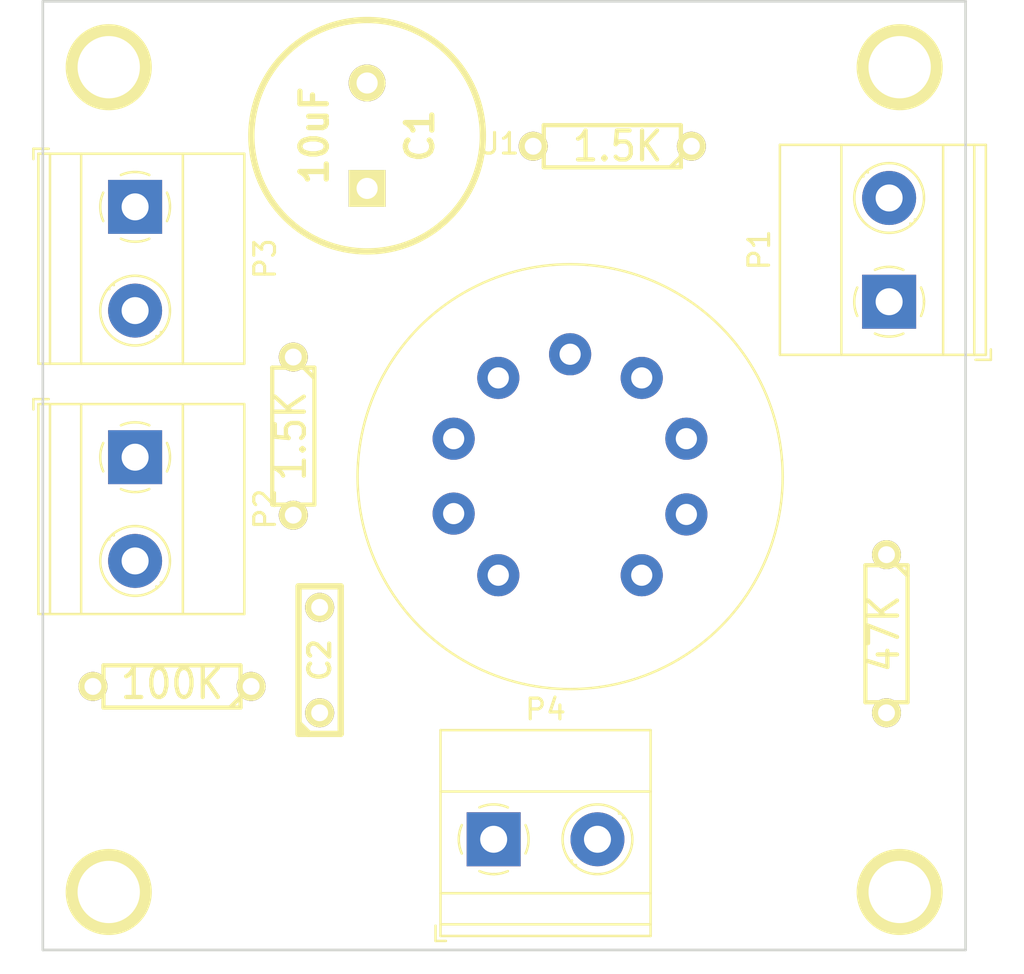
<source format=kicad_pcb>
(kicad_pcb (version 20171130) (host pcbnew 5.1.5-52549c5~84~ubuntu18.04.1)

  (general
    (thickness 1.6002)
    (drawings 4)
    (tracks 0)
    (zones 0)
    (modules 15)
    (nets 14)
  )

  (page A4)
  (layers
    (0 top_cu signal)
    (31 bottom_cu signal)
    (32 B.Adhes user)
    (33 F.Adhes user)
    (34 B.Paste user)
    (35 F.Paste user)
    (36 B.SilkS user)
    (37 F.SilkS user)
    (38 B.Mask user)
    (39 F.Mask user)
    (40 Dwgs.User user)
    (41 Cmts.User user)
    (42 Eco1.User user)
    (43 Eco2.User user)
    (44 Edge.Cuts user)
    (45 Margin user)
    (46 B.CrtYd user)
    (47 F.CrtYd user)
    (48 B.Fab user)
    (49 F.Fab user)
  )

  (setup
    (last_trace_width 0.8)
    (trace_clearance 0.4)
    (zone_clearance 0.635)
    (zone_45_only no)
    (trace_min 0.2)
    (via_size 1.2)
    (via_drill 0.6)
    (via_min_size 0.8)
    (via_min_drill 0.5)
    (uvia_size 0.508)
    (uvia_drill 0.127)
    (uvias_allowed no)
    (uvia_min_size 0.508)
    (uvia_min_drill 0.127)
    (edge_width 0.381)
    (segment_width 0.381)
    (pcb_text_width 0.3048)
    (pcb_text_size 1.524 2.032)
    (mod_edge_width 0.381)
    (mod_text_size 1.524 1.524)
    (mod_text_width 0.3048)
    (pad_size 2.794 1.397)
    (pad_drill 1.9304)
    (pad_to_mask_clearance 0.1)
    (aux_axis_origin 0 0)
    (visible_elements 7FFFFFFF)
    (pcbplotparams
      (layerselection 0x000f0_80000001)
      (usegerberextensions false)
      (usegerberattributes true)
      (usegerberadvancedattributes true)
      (creategerberjobfile true)
      (excludeedgelayer true)
      (linewidth 0.150000)
      (plotframeref false)
      (viasonmask false)
      (mode 1)
      (useauxorigin false)
      (hpglpennumber 1)
      (hpglpenspeed 20)
      (hpglpendiameter 15.000000)
      (psnegative false)
      (psa4output false)
      (plotreference true)
      (plotvalue true)
      (plotinvisibletext false)
      (padsonsilk false)
      (subtractmaskfromsilk false)
      (outputformat 1)
      (mirror false)
      (drillshape 0)
      (scaleselection 1)
      (outputdirectory ""))
  )

  (net 0 "")
  (net 1 GND)
  (net 2 "Net-(C1-Pad1)")
  (net 3 "Net-(C2-Pad1)")
  (net 4 "Net-(C2-Pad2)")
  (net 5 "Net-(P1-Pad2)")
  (net 6 "Net-(P4-Pad1)")
  (net 7 "Net-(P4-Pad2)")
  (net 8 "Net-(R1-Pad1)")
  (net 9 "Net-(R2-Pad1)")
  (net 10 "Net-(P5-Pad1)")
  (net 11 "Net-(P6-Pad1)")
  (net 12 "Net-(P7-Pad1)")
  (net 13 "Net-(P8-Pad1)")

  (net_class Default "Ceci est la Netclass par défaut"
    (clearance 0.4)
    (trace_width 0.8)
    (via_dia 1.2)
    (via_drill 0.6)
    (uvia_dia 0.508)
    (uvia_drill 0.127)
    (add_net GND)
    (add_net "Net-(C1-Pad1)")
    (add_net "Net-(C2-Pad1)")
    (add_net "Net-(C2-Pad2)")
    (add_net "Net-(P1-Pad2)")
    (add_net "Net-(P4-Pad1)")
    (add_net "Net-(P4-Pad2)")
    (add_net "Net-(P5-Pad1)")
    (add_net "Net-(P6-Pad1)")
    (add_net "Net-(P7-Pad1)")
    (add_net "Net-(P8-Pad1)")
    (add_net "Net-(R1-Pad1)")
    (add_net "Net-(R2-Pad1)")
  )

  (module Valve:Valve_ECC-83-1 (layer top_cu) (tedit 5A32B2BA) (tstamp 5A334CCC)
    (at 149.225 113.665)
    (descr "Valve ECC-83-1 round pins")
    (tags "Valve ECC-83-1 round pins")
    (path /48B4F266)
    (fp_text reference U1 (at -3.45 -16) (layer F.SilkS)
      (effects (font (size 1 1) (thickness 0.15)))
    )
    (fp_text value ECC83 (at -3.45 6.68) (layer F.Fab)
      (effects (font (size 1 1) (thickness 0.15)))
    )
    (fp_text user %R (at 0 0.05) (layer F.Fab)
      (effects (font (size 1 1) (thickness 0.15)))
    )
    (fp_circle (center 0 0.05) (end 0 -10.55) (layer F.CrtYd) (width 0.05))
    (fp_circle (center 0 0.05) (end 0 -10.1) (layer F.Fab) (width 0.1))
    (fp_circle (center 0 0.05) (end 10.16 1.32) (layer F.SilkS) (width 0.12))
    (pad 1 thru_hole circle (at 3.45 4.8) (size 2.03 2.03) (drill 1.02) (layers *.Cu *.Mask)
      (net 8 "Net-(R1-Pad1)"))
    (pad 2 thru_hole circle (at 5.6 1.87) (size 2.03 2.03) (drill 1.02) (layers *.Cu *.Mask)
      (net 5 "Net-(P1-Pad2)"))
    (pad 3 thru_hole circle (at 5.6 -1.78) (size 2.03 2.03) (drill 1.02) (layers *.Cu *.Mask)
      (net 9 "Net-(R2-Pad1)"))
    (pad 4 thru_hole circle (at 3.45 -4.71) (size 2.03 2.03) (drill 1.02) (layers *.Cu *.Mask)
      (net 7 "Net-(P4-Pad2)"))
    (pad 5 thru_hole circle (at 0 -5.85) (size 2.03 2.03) (drill 1.02) (layers *.Cu *.Mask)
      (net 7 "Net-(P4-Pad2)"))
    (pad 6 thru_hole circle (at -3.46 -4.71) (size 2.03 2.03) (drill 1.02) (layers *.Cu *.Mask)
      (net 2 "Net-(C1-Pad1)"))
    (pad 7 thru_hole circle (at -5.61 -1.78) (size 2.03 2.03) (drill 1.02) (layers *.Cu *.Mask)
      (net 8 "Net-(R1-Pad1)"))
    (pad 8 thru_hole circle (at -5.61 1.83) (size 2.03 2.03) (drill 1.02) (layers *.Cu *.Mask)
      (net 4 "Net-(C2-Pad2)"))
    (pad 9 thru_hole circle (at -3.46 4.8) (size 2.03 2.03) (drill 1.02) (layers *.Cu *.Mask)
      (net 6 "Net-(P4-Pad1)"))
    (model ${KISYS3DMOD}/Valve.3dshapes/Valve-ECC-83-1.wrl
      (at (xyz 0 0 0))
      (scale (xyz 1 1 1))
      (rotate (xyz 0 0 0))
    )
  )

  (module discret:R3 (layer top_cu) (tedit 54A57B4C) (tstamp 5A33370F)
    (at 130.048 123.825 180)
    (descr "Resitance 3 pas")
    (tags R)
    (path /4549F3AD)
    (autoplace_cost180 10)
    (fp_text reference R3 (at 0 0.127 180) (layer F.SilkS) hide
      (effects (font (size 1.397 1.27) (thickness 0.2032)))
    )
    (fp_text value 100K (at 0 0.127 180) (layer F.SilkS)
      (effects (font (size 1.397 1.27) (thickness 0.2032)))
    )
    (fp_line (start -3.81 0) (end -3.302 0) (layer F.SilkS) (width 0.2032))
    (fp_line (start 3.81 0) (end 3.302 0) (layer F.SilkS) (width 0.2032))
    (fp_line (start 3.302 0) (end 3.302 -1.016) (layer F.SilkS) (width 0.2032))
    (fp_line (start 3.302 -1.016) (end -3.302 -1.016) (layer F.SilkS) (width 0.2032))
    (fp_line (start -3.302 -1.016) (end -3.302 1.016) (layer F.SilkS) (width 0.2032))
    (fp_line (start -3.302 1.016) (end 3.302 1.016) (layer F.SilkS) (width 0.2032))
    (fp_line (start 3.302 1.016) (end 3.302 0) (layer F.SilkS) (width 0.2032))
    (fp_line (start -3.302 -0.508) (end -2.794 -1.016) (layer F.SilkS) (width 0.2032))
    (pad 1 thru_hole circle (at -3.81 0 180) (size 1.397 1.397) (drill 0.8128) (layers *.Cu *.Mask F.SilkS)
      (net 3 "Net-(C2-Pad1)"))
    (pad 2 thru_hole circle (at 3.81 0 180) (size 1.397 1.397) (drill 0.8128) (layers *.Cu *.Mask F.SilkS)
      (net 1 GND))
    (model Discret.3dshapes/R3.wrl
      (at (xyz 0 0 0))
      (scale (xyz 0.3 0.3 0.3))
      (rotate (xyz 0 0 0))
    )
  )

  (module TerminalBlock_Phoenix:TerminalBlock_Phoenix_MKDS-1,5-2_1x02_P5.00mm_Horizontal (layer top_cu) (tedit 5A082035) (tstamp 5A332F3A)
    (at 145.542 131.191)
    (descr "Terminal Block Phoenix MKDS-1,5-2, 2 pins, pitch 05mm, size 10.0x9.8mm^2, drill diamater 1.3mm, pad diameter 2.6mm, see http://www.farnell.com/datasheets/100425.pdf, script-generated using https://github.com/pointhi/kicad-footprint-generator/scripts/TerminalBlock_Phoenix")
    (tags "THT Terminal Block Phoenix MKDS-1.5-2 pitch 05mm size 10.0x9.8mm^2 drill 1.3mm pad 2.6mm")
    (path /456A8ACC)
    (fp_text reference P4 (at 2.5 -6.26) (layer F.SilkS)
      (effects (font (size 1 1) (thickness 0.15)))
    )
    (fp_text value CONN_2 (at 2.5 5.66) (layer F.Fab)
      (effects (font (size 1 1) (thickness 0.15)))
    )
    (fp_text user %R (at 2.5 3.2) (layer F.Fab)
      (effects (font (size 1 1) (thickness 0.15)))
    )
    (fp_line (start 8 -5.75) (end -3 -5.75) (layer F.CrtYd) (width 0.05))
    (fp_line (start 8 5.1) (end 8 -5.75) (layer F.CrtYd) (width 0.05))
    (fp_line (start -3 5.1) (end 8 5.1) (layer F.CrtYd) (width 0.05))
    (fp_line (start -3 -5.75) (end -3 5.1) (layer F.CrtYd) (width 0.05))
    (fp_line (start -2.8 4.9) (end -2.3 4.9) (layer F.SilkS) (width 0.12))
    (fp_line (start -2.8 4.16) (end -2.8 4.9) (layer F.SilkS) (width 0.12))
    (fp_line (start 3.773 1.023) (end 3.726 1.069) (layer F.SilkS) (width 0.12))
    (fp_line (start 6.07 -1.275) (end 6.035 -1.239) (layer F.SilkS) (width 0.12))
    (fp_line (start 3.966 1.239) (end 3.931 1.274) (layer F.SilkS) (width 0.12))
    (fp_line (start 6.275 -1.069) (end 6.228 -1.023) (layer F.SilkS) (width 0.12))
    (fp_line (start 5.955 -1.138) (end 3.863 0.955) (layer F.Fab) (width 0.1))
    (fp_line (start 6.138 -0.955) (end 4.046 1.138) (layer F.Fab) (width 0.1))
    (fp_line (start 0.955 -1.138) (end -1.138 0.955) (layer F.Fab) (width 0.1))
    (fp_line (start 1.138 -0.955) (end -0.955 1.138) (layer F.Fab) (width 0.1))
    (fp_line (start 7.56 -5.261) (end 7.56 4.66) (layer F.SilkS) (width 0.12))
    (fp_line (start -2.56 -5.261) (end -2.56 4.66) (layer F.SilkS) (width 0.12))
    (fp_line (start -2.56 4.66) (end 7.56 4.66) (layer F.SilkS) (width 0.12))
    (fp_line (start -2.56 -5.261) (end 7.56 -5.261) (layer F.SilkS) (width 0.12))
    (fp_line (start -2.56 -2.301) (end 7.56 -2.301) (layer F.SilkS) (width 0.12))
    (fp_line (start -2.5 -2.3) (end 7.5 -2.3) (layer F.Fab) (width 0.1))
    (fp_line (start -2.56 2.6) (end 7.56 2.6) (layer F.SilkS) (width 0.12))
    (fp_line (start -2.5 2.6) (end 7.5 2.6) (layer F.Fab) (width 0.1))
    (fp_line (start -2.56 4.1) (end 7.56 4.1) (layer F.SilkS) (width 0.12))
    (fp_line (start -2.5 4.1) (end 7.5 4.1) (layer F.Fab) (width 0.1))
    (fp_line (start -2.5 4.1) (end -2.5 -5.2) (layer F.Fab) (width 0.1))
    (fp_line (start -2 4.6) (end -2.5 4.1) (layer F.Fab) (width 0.1))
    (fp_line (start 7.5 4.6) (end -2 4.6) (layer F.Fab) (width 0.1))
    (fp_line (start 7.5 -5.2) (end 7.5 4.6) (layer F.Fab) (width 0.1))
    (fp_line (start -2.5 -5.2) (end 7.5 -5.2) (layer F.Fab) (width 0.1))
    (fp_circle (center 5 0) (end 6.68 0) (layer F.SilkS) (width 0.12))
    (fp_circle (center 5 0) (end 6.5 0) (layer F.Fab) (width 0.1))
    (fp_circle (center 0 0) (end 1.5 0) (layer F.Fab) (width 0.1))
    (fp_arc (start 0 0) (end -0.684 1.535) (angle -25) (layer F.SilkS) (width 0.12))
    (fp_arc (start 0 0) (end -1.535 -0.684) (angle -48) (layer F.SilkS) (width 0.12))
    (fp_arc (start 0 0) (end 0.684 -1.535) (angle -48) (layer F.SilkS) (width 0.12))
    (fp_arc (start 0 0) (end 1.535 0.684) (angle -48) (layer F.SilkS) (width 0.12))
    (fp_arc (start 0 0) (end 0 1.68) (angle -24) (layer F.SilkS) (width 0.12))
    (pad 2 thru_hole circle (at 5 0) (size 2.6 2.6) (drill 1.3) (layers *.Cu *.Mask)
      (net 7 "Net-(P4-Pad2)"))
    (pad 1 thru_hole rect (at 0 0) (size 2.6 2.6) (drill 1.3) (layers *.Cu *.Mask)
      (net 6 "Net-(P4-Pad1)"))
    (model ${KISYS3DMOD}/Terminal_Blocks.3dshapes/TerminalBlock_Pheonix_MKDS1.5-2pol.wrl
      (offset (xyz 2.54 0 0))
      (scale (xyz 1 1 1))
      (rotate (xyz 0 0 0))
    )
  )

  (module TerminalBlock_Phoenix:TerminalBlock_Phoenix_MKDS-1,5-2_1x02_P5.00mm_Horizontal (layer top_cu) (tedit 5A082035) (tstamp 5A332F0F)
    (at 128.27 100.711 270)
    (descr "Terminal Block Phoenix MKDS-1,5-2, 2 pins, pitch 05mm, size 10.0x9.8mm^2, drill diamater 1.3mm, pad diameter 2.6mm, see http://www.farnell.com/datasheets/100425.pdf, script-generated using https://github.com/pointhi/kicad-footprint-generator/scripts/TerminalBlock_Phoenix")
    (tags "THT Terminal Block Phoenix MKDS-1.5-2 pitch 05mm size 10.0x9.8mm^2 drill 1.3mm pad 2.6mm")
    (path /4549F4A5)
    (fp_text reference P3 (at 2.5 -6.26 270) (layer F.SilkS)
      (effects (font (size 1 1) (thickness 0.15)))
    )
    (fp_text value POWER (at 2.5 5.66 270) (layer F.Fab)
      (effects (font (size 1 1) (thickness 0.15)))
    )
    (fp_arc (start 0 0) (end 0 1.68) (angle -24) (layer F.SilkS) (width 0.12))
    (fp_arc (start 0 0) (end 1.535 0.684) (angle -48) (layer F.SilkS) (width 0.12))
    (fp_arc (start 0 0) (end 0.684 -1.535) (angle -48) (layer F.SilkS) (width 0.12))
    (fp_arc (start 0 0) (end -1.535 -0.684) (angle -48) (layer F.SilkS) (width 0.12))
    (fp_arc (start 0 0) (end -0.684 1.535) (angle -25) (layer F.SilkS) (width 0.12))
    (fp_circle (center 0 0) (end 1.5 0) (layer F.Fab) (width 0.1))
    (fp_circle (center 5 0) (end 6.5 0) (layer F.Fab) (width 0.1))
    (fp_circle (center 5 0) (end 6.68 0) (layer F.SilkS) (width 0.12))
    (fp_line (start -2.5 -5.2) (end 7.5 -5.2) (layer F.Fab) (width 0.1))
    (fp_line (start 7.5 -5.2) (end 7.5 4.6) (layer F.Fab) (width 0.1))
    (fp_line (start 7.5 4.6) (end -2 4.6) (layer F.Fab) (width 0.1))
    (fp_line (start -2 4.6) (end -2.5 4.1) (layer F.Fab) (width 0.1))
    (fp_line (start -2.5 4.1) (end -2.5 -5.2) (layer F.Fab) (width 0.1))
    (fp_line (start -2.5 4.1) (end 7.5 4.1) (layer F.Fab) (width 0.1))
    (fp_line (start -2.56 4.1) (end 7.56 4.1) (layer F.SilkS) (width 0.12))
    (fp_line (start -2.5 2.6) (end 7.5 2.6) (layer F.Fab) (width 0.1))
    (fp_line (start -2.56 2.6) (end 7.56 2.6) (layer F.SilkS) (width 0.12))
    (fp_line (start -2.5 -2.3) (end 7.5 -2.3) (layer F.Fab) (width 0.1))
    (fp_line (start -2.56 -2.301) (end 7.56 -2.301) (layer F.SilkS) (width 0.12))
    (fp_line (start -2.56 -5.261) (end 7.56 -5.261) (layer F.SilkS) (width 0.12))
    (fp_line (start -2.56 4.66) (end 7.56 4.66) (layer F.SilkS) (width 0.12))
    (fp_line (start -2.56 -5.261) (end -2.56 4.66) (layer F.SilkS) (width 0.12))
    (fp_line (start 7.56 -5.261) (end 7.56 4.66) (layer F.SilkS) (width 0.12))
    (fp_line (start 1.138 -0.955) (end -0.955 1.138) (layer F.Fab) (width 0.1))
    (fp_line (start 0.955 -1.138) (end -1.138 0.955) (layer F.Fab) (width 0.1))
    (fp_line (start 6.138 -0.955) (end 4.046 1.138) (layer F.Fab) (width 0.1))
    (fp_line (start 5.955 -1.138) (end 3.863 0.955) (layer F.Fab) (width 0.1))
    (fp_line (start 6.275 -1.069) (end 6.228 -1.023) (layer F.SilkS) (width 0.12))
    (fp_line (start 3.966 1.239) (end 3.931 1.274) (layer F.SilkS) (width 0.12))
    (fp_line (start 6.07 -1.275) (end 6.035 -1.239) (layer F.SilkS) (width 0.12))
    (fp_line (start 3.773 1.023) (end 3.726 1.069) (layer F.SilkS) (width 0.12))
    (fp_line (start -2.8 4.16) (end -2.8 4.9) (layer F.SilkS) (width 0.12))
    (fp_line (start -2.8 4.9) (end -2.3 4.9) (layer F.SilkS) (width 0.12))
    (fp_line (start -3 -5.75) (end -3 5.1) (layer F.CrtYd) (width 0.05))
    (fp_line (start -3 5.1) (end 8 5.1) (layer F.CrtYd) (width 0.05))
    (fp_line (start 8 5.1) (end 8 -5.75) (layer F.CrtYd) (width 0.05))
    (fp_line (start 8 -5.75) (end -3 -5.75) (layer F.CrtYd) (width 0.05))
    (fp_text user %R (at 2.5 3.2 270) (layer F.Fab)
      (effects (font (size 1 1) (thickness 0.15)))
    )
    (pad 1 thru_hole rect (at 0 0 270) (size 2.6 2.6) (drill 1.3) (layers *.Cu *.Mask)
      (net 2 "Net-(C1-Pad1)"))
    (pad 2 thru_hole circle (at 5 0 270) (size 2.6 2.6) (drill 1.3) (layers *.Cu *.Mask)
      (net 1 GND))
    (model ${KISYS3DMOD}/Terminal_Blocks.3dshapes/TerminalBlock_Pheonix_MKDS1.5-2pol.wrl
      (offset (xyz 2.54 0 0))
      (scale (xyz 1 1 1))
      (rotate (xyz 0 0 0))
    )
  )

  (module TerminalBlock_Phoenix:TerminalBlock_Phoenix_MKDS-1,5-2_1x02_P5.00mm_Horizontal (layer top_cu) (tedit 5A082035) (tstamp 5A332EE4)
    (at 128.27 112.776 270)
    (descr "Terminal Block Phoenix MKDS-1,5-2, 2 pins, pitch 05mm, size 10.0x9.8mm^2, drill diamater 1.3mm, pad diameter 2.6mm, see http://www.farnell.com/datasheets/100425.pdf, script-generated using https://github.com/pointhi/kicad-footprint-generator/scripts/TerminalBlock_Phoenix")
    (tags "THT Terminal Block Phoenix MKDS-1.5-2 pitch 05mm size 10.0x9.8mm^2 drill 1.3mm pad 2.6mm")
    (path /4549F46C)
    (fp_text reference P2 (at 2.5 -6.26 270) (layer F.SilkS)
      (effects (font (size 1 1) (thickness 0.15)))
    )
    (fp_text value OUT (at 2.5 5.66 270) (layer F.Fab)
      (effects (font (size 1 1) (thickness 0.15)))
    )
    (fp_text user %R (at 2.5 3.2 270) (layer F.Fab)
      (effects (font (size 1 1) (thickness 0.15)))
    )
    (fp_line (start 8 -5.75) (end -3 -5.75) (layer F.CrtYd) (width 0.05))
    (fp_line (start 8 5.1) (end 8 -5.75) (layer F.CrtYd) (width 0.05))
    (fp_line (start -3 5.1) (end 8 5.1) (layer F.CrtYd) (width 0.05))
    (fp_line (start -3 -5.75) (end -3 5.1) (layer F.CrtYd) (width 0.05))
    (fp_line (start -2.8 4.9) (end -2.3 4.9) (layer F.SilkS) (width 0.12))
    (fp_line (start -2.8 4.16) (end -2.8 4.9) (layer F.SilkS) (width 0.12))
    (fp_line (start 3.773 1.023) (end 3.726 1.069) (layer F.SilkS) (width 0.12))
    (fp_line (start 6.07 -1.275) (end 6.035 -1.239) (layer F.SilkS) (width 0.12))
    (fp_line (start 3.966 1.239) (end 3.931 1.274) (layer F.SilkS) (width 0.12))
    (fp_line (start 6.275 -1.069) (end 6.228 -1.023) (layer F.SilkS) (width 0.12))
    (fp_line (start 5.955 -1.138) (end 3.863 0.955) (layer F.Fab) (width 0.1))
    (fp_line (start 6.138 -0.955) (end 4.046 1.138) (layer F.Fab) (width 0.1))
    (fp_line (start 0.955 -1.138) (end -1.138 0.955) (layer F.Fab) (width 0.1))
    (fp_line (start 1.138 -0.955) (end -0.955 1.138) (layer F.Fab) (width 0.1))
    (fp_line (start 7.56 -5.261) (end 7.56 4.66) (layer F.SilkS) (width 0.12))
    (fp_line (start -2.56 -5.261) (end -2.56 4.66) (layer F.SilkS) (width 0.12))
    (fp_line (start -2.56 4.66) (end 7.56 4.66) (layer F.SilkS) (width 0.12))
    (fp_line (start -2.56 -5.261) (end 7.56 -5.261) (layer F.SilkS) (width 0.12))
    (fp_line (start -2.56 -2.301) (end 7.56 -2.301) (layer F.SilkS) (width 0.12))
    (fp_line (start -2.5 -2.3) (end 7.5 -2.3) (layer F.Fab) (width 0.1))
    (fp_line (start -2.56 2.6) (end 7.56 2.6) (layer F.SilkS) (width 0.12))
    (fp_line (start -2.5 2.6) (end 7.5 2.6) (layer F.Fab) (width 0.1))
    (fp_line (start -2.56 4.1) (end 7.56 4.1) (layer F.SilkS) (width 0.12))
    (fp_line (start -2.5 4.1) (end 7.5 4.1) (layer F.Fab) (width 0.1))
    (fp_line (start -2.5 4.1) (end -2.5 -5.2) (layer F.Fab) (width 0.1))
    (fp_line (start -2 4.6) (end -2.5 4.1) (layer F.Fab) (width 0.1))
    (fp_line (start 7.5 4.6) (end -2 4.6) (layer F.Fab) (width 0.1))
    (fp_line (start 7.5 -5.2) (end 7.5 4.6) (layer F.Fab) (width 0.1))
    (fp_line (start -2.5 -5.2) (end 7.5 -5.2) (layer F.Fab) (width 0.1))
    (fp_circle (center 5 0) (end 6.68 0) (layer F.SilkS) (width 0.12))
    (fp_circle (center 5 0) (end 6.5 0) (layer F.Fab) (width 0.1))
    (fp_circle (center 0 0) (end 1.5 0) (layer F.Fab) (width 0.1))
    (fp_arc (start 0 0) (end -0.684 1.535) (angle -25) (layer F.SilkS) (width 0.12))
    (fp_arc (start 0 0) (end -1.535 -0.684) (angle -48) (layer F.SilkS) (width 0.12))
    (fp_arc (start 0 0) (end 0.684 -1.535) (angle -48) (layer F.SilkS) (width 0.12))
    (fp_arc (start 0 0) (end 1.535 0.684) (angle -48) (layer F.SilkS) (width 0.12))
    (fp_arc (start 0 0) (end 0 1.68) (angle -24) (layer F.SilkS) (width 0.12))
    (pad 2 thru_hole circle (at 5 0 270) (size 2.6 2.6) (drill 1.3) (layers *.Cu *.Mask)
      (net 1 GND))
    (pad 1 thru_hole rect (at 0 0 270) (size 2.6 2.6) (drill 1.3) (layers *.Cu *.Mask)
      (net 3 "Net-(C2-Pad1)"))
    (model ${KISYS3DMOD}/Terminal_Blocks.3dshapes/TerminalBlock_Pheonix_MKDS1.5-2pol.wrl
      (offset (xyz 2.54 0 0))
      (scale (xyz 1 1 1))
      (rotate (xyz 0 0 0))
    )
  )

  (module TerminalBlock_Phoenix:TerminalBlock_Phoenix_MKDS-1,5-2_1x02_P5.00mm_Horizontal (layer top_cu) (tedit 5A082035) (tstamp 5A332EB9)
    (at 164.592 105.283 90)
    (descr "Terminal Block Phoenix MKDS-1,5-2, 2 pins, pitch 05mm, size 10.0x9.8mm^2, drill diamater 1.3mm, pad diameter 2.6mm, see http://www.farnell.com/datasheets/100425.pdf, script-generated using https://github.com/pointhi/kicad-footprint-generator/scripts/TerminalBlock_Phoenix")
    (tags "THT Terminal Block Phoenix MKDS-1.5-2 pitch 05mm size 10.0x9.8mm^2 drill 1.3mm pad 2.6mm")
    (path /4549F464)
    (fp_text reference P1 (at 2.5 -6.26 90) (layer F.SilkS)
      (effects (font (size 1 1) (thickness 0.15)))
    )
    (fp_text value IN (at 2.5 5.66 90) (layer F.Fab)
      (effects (font (size 1 1) (thickness 0.15)))
    )
    (fp_arc (start 0 0) (end 0 1.68) (angle -24) (layer F.SilkS) (width 0.12))
    (fp_arc (start 0 0) (end 1.535 0.684) (angle -48) (layer F.SilkS) (width 0.12))
    (fp_arc (start 0 0) (end 0.684 -1.535) (angle -48) (layer F.SilkS) (width 0.12))
    (fp_arc (start 0 0) (end -1.535 -0.684) (angle -48) (layer F.SilkS) (width 0.12))
    (fp_arc (start 0 0) (end -0.684 1.535) (angle -25) (layer F.SilkS) (width 0.12))
    (fp_circle (center 0 0) (end 1.5 0) (layer F.Fab) (width 0.1))
    (fp_circle (center 5 0) (end 6.5 0) (layer F.Fab) (width 0.1))
    (fp_circle (center 5 0) (end 6.68 0) (layer F.SilkS) (width 0.12))
    (fp_line (start -2.5 -5.2) (end 7.5 -5.2) (layer F.Fab) (width 0.1))
    (fp_line (start 7.5 -5.2) (end 7.5 4.6) (layer F.Fab) (width 0.1))
    (fp_line (start 7.5 4.6) (end -2 4.6) (layer F.Fab) (width 0.1))
    (fp_line (start -2 4.6) (end -2.5 4.1) (layer F.Fab) (width 0.1))
    (fp_line (start -2.5 4.1) (end -2.5 -5.2) (layer F.Fab) (width 0.1))
    (fp_line (start -2.5 4.1) (end 7.5 4.1) (layer F.Fab) (width 0.1))
    (fp_line (start -2.56 4.1) (end 7.56 4.1) (layer F.SilkS) (width 0.12))
    (fp_line (start -2.5 2.6) (end 7.5 2.6) (layer F.Fab) (width 0.1))
    (fp_line (start -2.56 2.6) (end 7.56 2.6) (layer F.SilkS) (width 0.12))
    (fp_line (start -2.5 -2.3) (end 7.5 -2.3) (layer F.Fab) (width 0.1))
    (fp_line (start -2.56 -2.301) (end 7.56 -2.301) (layer F.SilkS) (width 0.12))
    (fp_line (start -2.56 -5.261) (end 7.56 -5.261) (layer F.SilkS) (width 0.12))
    (fp_line (start -2.56 4.66) (end 7.56 4.66) (layer F.SilkS) (width 0.12))
    (fp_line (start -2.56 -5.261) (end -2.56 4.66) (layer F.SilkS) (width 0.12))
    (fp_line (start 7.56 -5.261) (end 7.56 4.66) (layer F.SilkS) (width 0.12))
    (fp_line (start 1.138 -0.955) (end -0.955 1.138) (layer F.Fab) (width 0.1))
    (fp_line (start 0.955 -1.138) (end -1.138 0.955) (layer F.Fab) (width 0.1))
    (fp_line (start 6.138 -0.955) (end 4.046 1.138) (layer F.Fab) (width 0.1))
    (fp_line (start 5.955 -1.138) (end 3.863 0.955) (layer F.Fab) (width 0.1))
    (fp_line (start 6.275 -1.069) (end 6.228 -1.023) (layer F.SilkS) (width 0.12))
    (fp_line (start 3.966 1.239) (end 3.931 1.274) (layer F.SilkS) (width 0.12))
    (fp_line (start 6.07 -1.275) (end 6.035 -1.239) (layer F.SilkS) (width 0.12))
    (fp_line (start 3.773 1.023) (end 3.726 1.069) (layer F.SilkS) (width 0.12))
    (fp_line (start -2.8 4.16) (end -2.8 4.9) (layer F.SilkS) (width 0.12))
    (fp_line (start -2.8 4.9) (end -2.3 4.9) (layer F.SilkS) (width 0.12))
    (fp_line (start -3 -5.75) (end -3 5.1) (layer F.CrtYd) (width 0.05))
    (fp_line (start -3 5.1) (end 8 5.1) (layer F.CrtYd) (width 0.05))
    (fp_line (start 8 5.1) (end 8 -5.75) (layer F.CrtYd) (width 0.05))
    (fp_line (start 8 -5.75) (end -3 -5.75) (layer F.CrtYd) (width 0.05))
    (fp_text user %R (at 2.5 3.2 90) (layer F.Fab)
      (effects (font (size 1 1) (thickness 0.15)))
    )
    (pad 1 thru_hole rect (at 0 0 90) (size 2.6 2.6) (drill 1.3) (layers *.Cu *.Mask)
      (net 1 GND))
    (pad 2 thru_hole circle (at 5 0 90) (size 2.6 2.6) (drill 1.3) (layers *.Cu *.Mask)
      (net 5 "Net-(P1-Pad2)"))
    (model ${KISYS3DMOD}/Terminal_Blocks.3dshapes/TerminalBlock_Pheonix_MKDS1.5-2pol.wrl
      (offset (xyz 2.54 0 0))
      (scale (xyz 1 1 1))
      (rotate (xyz 0 0 0))
    )
  )

  (module discret:C2V10 (layer top_cu) (tedit 54A57B4C) (tstamp 54A581E5)
    (at 139.446 97.282 90)
    (descr "Condensateur polarise")
    (tags CP)
    (path /4549F4BE)
    (fp_text reference C1 (at 0 2.54 90) (layer F.SilkS)
      (effects (font (size 1.27 1.27) (thickness 0.254)))
    )
    (fp_text value 10uF (at 0 -2.54 90) (layer F.SilkS)
      (effects (font (size 1.27 1.27) (thickness 0.254)))
    )
    (fp_circle (center 0 0) (end 4.826 -2.794) (layer F.SilkS) (width 0.3048))
    (pad 1 thru_hole rect (at -2.54 0 90) (size 1.778 1.778) (drill 1.016) (layers *.Cu *.Mask F.SilkS)
      (net 2 "Net-(C1-Pad1)"))
    (pad 2 thru_hole circle (at 2.54 0 90) (size 1.778 1.778) (drill 1.016) (layers *.Cu *.Mask F.SilkS)
      (net 1 GND))
    (model Discret.3dshapes/C2V10.wrl
      (at (xyz 0 0 0))
      (scale (xyz 1 1 1))
      (rotate (xyz 0 0 0))
    )
  )

  (module discret:C2 (layer top_cu) (tedit 54A57B4C) (tstamp 54A581EA)
    (at 137.16 122.555 90)
    (descr "Condensateur = 2 pas")
    (tags C)
    (path /4549F3BE)
    (fp_text reference C2 (at 0 0 90) (layer F.SilkS)
      (effects (font (size 1.016 1.016) (thickness 0.2032)))
    )
    (fp_text value 680nF (at 0 0 90) (layer F.SilkS) hide
      (effects (font (size 1.016 1.016) (thickness 0.2032)))
    )
    (fp_line (start -3.556 -1.016) (end 3.556 -1.016) (layer F.SilkS) (width 0.3048))
    (fp_line (start 3.556 -1.016) (end 3.556 1.016) (layer F.SilkS) (width 0.3048))
    (fp_line (start 3.556 1.016) (end -3.556 1.016) (layer F.SilkS) (width 0.3048))
    (fp_line (start -3.556 1.016) (end -3.556 -1.016) (layer F.SilkS) (width 0.3048))
    (fp_line (start -3.556 -0.508) (end -3.048 -1.016) (layer F.SilkS) (width 0.3048))
    (pad 1 thru_hole circle (at -2.54 0 90) (size 1.397 1.397) (drill 0.8128) (layers *.Cu *.Mask F.SilkS)
      (net 3 "Net-(C2-Pad1)"))
    (pad 2 thru_hole circle (at 2.54 0 90) (size 1.397 1.397) (drill 0.8128) (layers *.Cu *.Mask F.SilkS)
      (net 4 "Net-(C2-Pad2)"))
    (model Discret.3dshapes/C2.wrl
      (at (xyz 0 0 0))
      (scale (xyz 1 1 1))
      (rotate (xyz 0 0 0))
    )
  )

  (module connect:1pin (layer top_cu) (tedit 54A588DF) (tstamp 54A58203)
    (at 127 93.98)
    (descr "module 1 pin (ou trou mecanique de percage)")
    (tags DEV)
    (path /54A5890A)
    (fp_text reference P5 (at 0 -3) (layer F.SilkS) hide
      (effects (font (size 1 1) (thickness 0.15)))
    )
    (fp_text value CONN_1 (at 0 2) (layer F.SilkS) hide
      (effects (font (size 1 1) (thickness 0.15)))
    )
    (fp_circle (center 0 0) (end 0 -2) (layer F.SilkS) (width 0.15))
    (pad 1 thru_hole circle (at 0 0) (size 4 4) (drill 3) (layers *.Cu *.Mask F.SilkS)
      (net 10 "Net-(P5-Pad1)"))
  )

  (module connect:1pin (layer top_cu) (tedit 54A588E7) (tstamp 54A58207)
    (at 165.1 93.98)
    (descr "module 1 pin (ou trou mecanique de percage)")
    (tags DEV)
    (path /54A58C65)
    (fp_text reference P6 (at 0 -3) (layer F.SilkS) hide
      (effects (font (size 1 1) (thickness 0.15)))
    )
    (fp_text value CONN_1 (at 0 2) (layer F.SilkS) hide
      (effects (font (size 1 1) (thickness 0.15)))
    )
    (fp_circle (center 0 0) (end 0 -2) (layer F.SilkS) (width 0.15))
    (pad 1 thru_hole circle (at 0 0) (size 4 4) (drill 3) (layers *.Cu *.Mask F.SilkS)
      (net 11 "Net-(P6-Pad1)"))
  )

  (module connect:1pin (layer top_cu) (tedit 54A588EE) (tstamp 54A5820B)
    (at 165.1 133.731)
    (descr "module 1 pin (ou trou mecanique de percage)")
    (tags DEV)
    (path /54A58C8A)
    (fp_text reference P7 (at 0 -3) (layer F.SilkS) hide
      (effects (font (size 1 1) (thickness 0.15)))
    )
    (fp_text value CONN_1 (at 0 2) (layer F.SilkS) hide
      (effects (font (size 1 1) (thickness 0.15)))
    )
    (fp_circle (center 0 0) (end 0 -2) (layer F.SilkS) (width 0.15))
    (pad 1 thru_hole circle (at 0 0) (size 4 4) (drill 3) (layers *.Cu *.Mask F.SilkS)
      (net 12 "Net-(P7-Pad1)"))
  )

  (module connect:1pin (layer top_cu) (tedit 54A588F3) (tstamp 54A5820F)
    (at 127 133.731)
    (descr "module 1 pin (ou trou mecanique de percage)")
    (tags DEV)
    (path /54A58CA3)
    (fp_text reference P8 (at 0 -3) (layer F.SilkS) hide
      (effects (font (size 1 1) (thickness 0.15)))
    )
    (fp_text value CONN_1 (at 0 2) (layer F.SilkS) hide
      (effects (font (size 1 1) (thickness 0.15)))
    )
    (fp_circle (center 0 0) (end 0 -2) (layer F.SilkS) (width 0.15))
    (pad 1 thru_hole circle (at 0 0) (size 4 4) (drill 3) (layers *.Cu *.Mask F.SilkS)
      (net 13 "Net-(P8-Pad1)"))
  )

  (module discret:R3 (layer top_cu) (tedit 54A57B4C) (tstamp 54A58213)
    (at 135.89 111.76 270)
    (descr "Resitance 3 pas")
    (tags R)
    (path /4549F38A)
    (autoplace_cost180 10)
    (fp_text reference R1 (at 0 0.127 270) (layer F.SilkS) hide
      (effects (font (size 1.397 1.27) (thickness 0.2032)))
    )
    (fp_text value 1.5K (at 0 0.127 270) (layer F.SilkS)
      (effects (font (size 1.397 1.27) (thickness 0.2032)))
    )
    (fp_line (start -3.81 0) (end -3.302 0) (layer F.SilkS) (width 0.2032))
    (fp_line (start 3.81 0) (end 3.302 0) (layer F.SilkS) (width 0.2032))
    (fp_line (start 3.302 0) (end 3.302 -1.016) (layer F.SilkS) (width 0.2032))
    (fp_line (start 3.302 -1.016) (end -3.302 -1.016) (layer F.SilkS) (width 0.2032))
    (fp_line (start -3.302 -1.016) (end -3.302 1.016) (layer F.SilkS) (width 0.2032))
    (fp_line (start -3.302 1.016) (end 3.302 1.016) (layer F.SilkS) (width 0.2032))
    (fp_line (start 3.302 1.016) (end 3.302 0) (layer F.SilkS) (width 0.2032))
    (fp_line (start -3.302 -0.508) (end -2.794 -1.016) (layer F.SilkS) (width 0.2032))
    (pad 1 thru_hole circle (at -3.81 0 270) (size 1.397 1.397) (drill 0.8128) (layers *.Cu *.Mask F.SilkS)
      (net 8 "Net-(R1-Pad1)"))
    (pad 2 thru_hole circle (at 3.81 0 270) (size 1.397 1.397) (drill 0.8128) (layers *.Cu *.Mask F.SilkS)
      (net 4 "Net-(C2-Pad2)"))
    (model Discret.3dshapes/R3.wrl
      (at (xyz 0 0 0))
      (scale (xyz 0.3 0.3 0.3))
      (rotate (xyz 0 0 0))
    )
  )

  (module discret:R3 (layer top_cu) (tedit 54A57B4C) (tstamp 54A58218)
    (at 151.257 97.79 180)
    (descr "Resitance 3 pas")
    (tags R)
    (path /4549F39D)
    (autoplace_cost180 10)
    (fp_text reference R2 (at 0 1.905) (layer F.SilkS) hide
      (effects (font (size 1.397 1.27) (thickness 0.2032)))
    )
    (fp_text value 1.5K (at -0.254 0) (layer F.SilkS)
      (effects (font (size 1.397 1.27) (thickness 0.2032)))
    )
    (fp_line (start -3.81 0) (end -3.302 0) (layer F.SilkS) (width 0.2032))
    (fp_line (start 3.81 0) (end 3.302 0) (layer F.SilkS) (width 0.2032))
    (fp_line (start 3.302 0) (end 3.302 -1.016) (layer F.SilkS) (width 0.2032))
    (fp_line (start 3.302 -1.016) (end -3.302 -1.016) (layer F.SilkS) (width 0.2032))
    (fp_line (start -3.302 -1.016) (end -3.302 1.016) (layer F.SilkS) (width 0.2032))
    (fp_line (start -3.302 1.016) (end 3.302 1.016) (layer F.SilkS) (width 0.2032))
    (fp_line (start 3.302 1.016) (end 3.302 0) (layer F.SilkS) (width 0.2032))
    (fp_line (start -3.302 -0.508) (end -2.794 -1.016) (layer F.SilkS) (width 0.2032))
    (pad 1 thru_hole circle (at -3.81 0 180) (size 1.397 1.397) (drill 0.8128) (layers *.Cu *.Mask F.SilkS)
      (net 9 "Net-(R2-Pad1)"))
    (pad 2 thru_hole circle (at 3.81 0 180) (size 1.397 1.397) (drill 0.8128) (layers *.Cu *.Mask F.SilkS)
      (net 1 GND))
    (model Discret.3dshapes/R3.wrl
      (at (xyz 0 0 0))
      (scale (xyz 0.3 0.3 0.3))
      (rotate (xyz 0 0 0))
    )
  )

  (module discret:R3 (layer top_cu) (tedit 54A57B4C) (tstamp 54A58222)
    (at 164.465 121.285 270)
    (descr "Resitance 3 pas")
    (tags R)
    (path /4549F3A2)
    (autoplace_cost180 10)
    (fp_text reference R4 (at 0.254 2.286 270) (layer F.SilkS) hide
      (effects (font (size 1.397 1.27) (thickness 0.2032)))
    )
    (fp_text value 47K (at 0 0.127 270) (layer F.SilkS)
      (effects (font (size 1.397 1.27) (thickness 0.2032)))
    )
    (fp_line (start -3.81 0) (end -3.302 0) (layer F.SilkS) (width 0.2032))
    (fp_line (start 3.81 0) (end 3.302 0) (layer F.SilkS) (width 0.2032))
    (fp_line (start 3.302 0) (end 3.302 -1.016) (layer F.SilkS) (width 0.2032))
    (fp_line (start 3.302 -1.016) (end -3.302 -1.016) (layer F.SilkS) (width 0.2032))
    (fp_line (start -3.302 -1.016) (end -3.302 1.016) (layer F.SilkS) (width 0.2032))
    (fp_line (start -3.302 1.016) (end 3.302 1.016) (layer F.SilkS) (width 0.2032))
    (fp_line (start 3.302 1.016) (end 3.302 0) (layer F.SilkS) (width 0.2032))
    (fp_line (start -3.302 -0.508) (end -2.794 -1.016) (layer F.SilkS) (width 0.2032))
    (pad 1 thru_hole circle (at -3.81 0 270) (size 1.397 1.397) (drill 0.8128) (layers *.Cu *.Mask F.SilkS)
      (net 5 "Net-(P1-Pad2)"))
    (pad 2 thru_hole circle (at 3.81 0 270) (size 1.397 1.397) (drill 0.8128) (layers *.Cu *.Mask F.SilkS)
      (net 1 GND))
    (model Discret.3dshapes/R3.wrl
      (at (xyz 0 0 0))
      (scale (xyz 0.3 0.3 0.3))
      (rotate (xyz 0 0 0))
    )
  )

  (gr_line (start 123.825 136.525) (end 168.275 136.525) (angle 90) (layer Edge.Cuts) (width 0.127))
  (gr_line (start 168.275 90.805) (end 123.825 90.805) (angle 90) (layer Edge.Cuts) (width 0.127))
  (gr_line (start 168.275 90.805) (end 168.275 136.525) (angle 90) (layer Edge.Cuts) (width 0.127) (tstamp 5A3345B3))
  (gr_line (start 123.825 90.805) (end 123.825 136.525) (angle 90) (layer Edge.Cuts) (width 0.127))

  (zone (net 1) (net_name GND) (layer bottom_cu) (tstamp 4EED97A2) (hatch edge 0.508)
    (connect_pads (clearance 0.635))
    (min_thickness 0.381)
    (fill (arc_segments 32) (thermal_gap 0.254) (thermal_bridge_width 0.50038))
    (polygon
      (pts
        (xy 167.513 136.525) (xy 167.894 91.313) (xy 124.714 91.313) (xy 124.333 136.525)
      )
    )
  )
)

</source>
